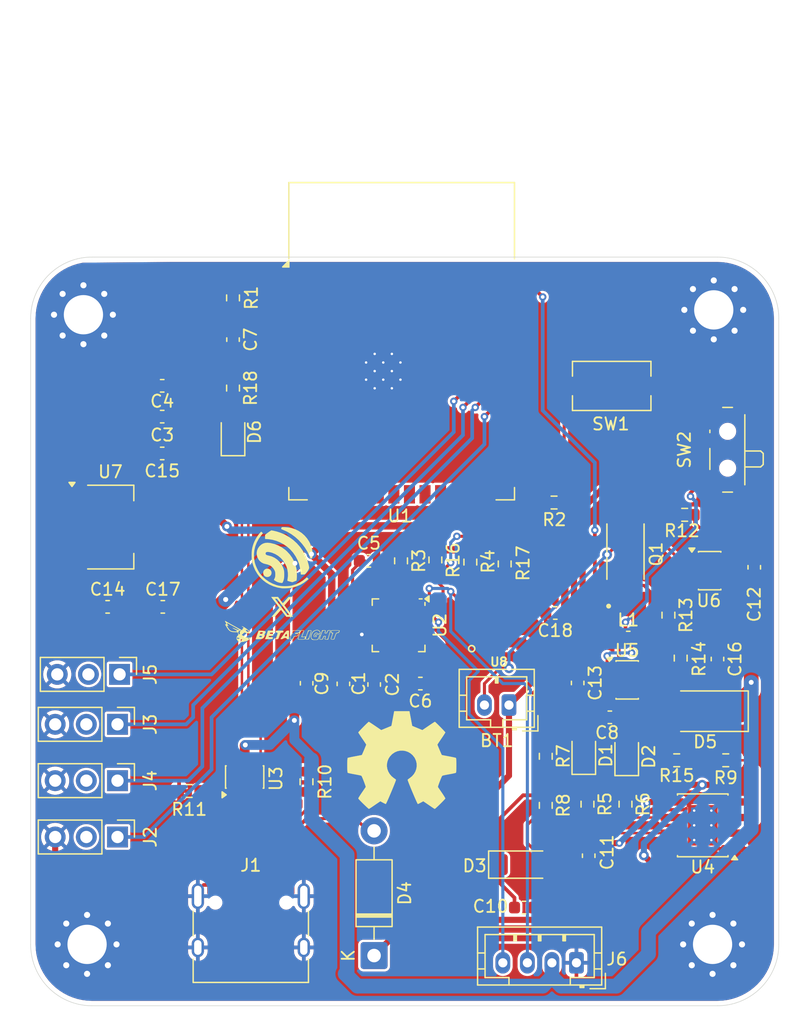
<source format=kicad_pcb>
(kicad_pcb (version 20241229) (generator "pcbnew") (generator_version "9.0")
  (layers (0 "F.Cu" jumper) (2 "B.Cu" signal) (13 "F.Paste" user) (15 "B.Paste" user) (5 "F.SilkS" user "F.Silkscreen") (7 "B.SilkS" user "B.Silkscreen") (1 "F.Mask" user) (3 "B.Mask" user) (25 "Edge.Cuts" user))
  (net 0 "")
  (net 1 "/B+")
  (net 2 "/B-")
  (net 3 "+3.3V")
  (net 4 "GND")
  (net 5 "Net-(U2-REGOUT)")
  (net 6 "Net-(U2-CPOUT)")
  (net 7 "/EN_PIN")
  (net 8 "VUSB")
  (net 9 "+5V")
  (net 10 "BAT_MEAS")
  (net 11 "Net-(D3-A)")
  (net 12 "Net-(U6-VCC)")
  (net 13 "BAT_V")
  (net 14 "Net-(D1-K)")
  (net 15 "Net-(D2-K)")
  (net 16 "Net-(D4-A)")
  (net 17 "Net-(D5-A)")
  (net 18 "Net-(D6-A)")
  (net 20 "/D+")
  (net 21 "/D-")
  (net 22 "/CC1")
  (net 23 "/CC2")
  (net 26 "M1")
  (net 27 "M3")
  (net 30 "M2")
  (net 32 "M4")
  (net 33 "BOOT")
  (net 34 "SCL")
  (net 35 "SDA")
  (net 36 "Net-(U4-~{CHRG})")
  (net 37 "Net-(U4-~{STDBY})")
  (net 38 "Net-(U4-PROG)")
  (net 39 "Net-(U6-CS)")
  (net 40 "Net-(U5-FB)")
  (net 41 "LED")
  (net 54 "/USB_D-")
  (net 64 "/USB_D+")
  (net 90 "Net-(U6-OD)")
  (net 91 "Net-(U6-OC)")
  (footprint "Resistor_SMD:R_0603_1608Metric" (layer "F.Cu") (at 132.49 107.75 -90)
    (property "Reference" "R10")
    (property "Value" "5.1k")
  )
  (footprint "bitmap.preety:x" (layer "F.Cu") (at 130.5 93.5)
    (property "Reference" "G***" (hide yes))
    (property "Value" "LOGO" (hide yes))
  )
  (footprint "Capacitor_SMD:C_0603_1608Metric" (layer "F.Cu") (at 138.01 99.825 90)
    (property "Reference" "C2")
    (property "Value" "0.1uf")
  )
  (footprint "Capacitor_SMD:C_0603_1608Metric" (layer "F.Cu") (at 120.725 75.49 180)
    (property "Reference" "C4")
    (property "Value" "0.1uf")
  )
  (footprint "Connector_PinHeader_2.54mm:PinHeader_1x03_P2.54mm_Vertical" (layer "F.Cu") (at 117.08 112.25 -90)
    (property "Reference" "J2")
    (property "Value" "1x3")
  )
  (footprint "bitmap.preety:betaflight" (layer "F.Cu") (at 130.5 95.5)
    (property "Reference" "G***" (hide yes))
    (property "Value" "LOGO" (hide yes))
  )
  (footprint "Symbol:OSHW-Symbol_8.9x8mm_SilkScreen" (layer "F.Cu") (at 140.25 106)
    (property "Reference" "REF**" (hide yes))
    (property "Value" "OSHW-Symbol_8.9x8mm_SilkScreen" (hide yes))
  )
  (footprint "Connector_PinHeader_2.54mm:PinHeader_1x03_P2.54mm_Vertical" (layer "F.Cu") (at 117.08 103.07 -90)
    (property "Reference" "J3")
    (property "Value" "1x3")
  )
  (footprint "Capacitor_SMD:C_0603_1608Metric" (layer "F.Cu") (at 169 90.275 90)
    (property "Reference" "C12")
    (property "Value" "0.1uf")
  )
  (footprint "Capacitor_SMD:C_0603_1608Metric" (layer "F.Cu") (at 157.225 102.5)
    (property "Reference" "C8")
    (property "Value" "0.1uf")
  )
  (footprint "Resistor_SMD:R_0603_1608Metric" (layer "F.Cu") (at 162.675 106)
    (property "Reference" "R15")
    (property "Value" "15k")
  )
  (footprint "Capacitor_SMD:C_0603_1608Metric" (layer "F.Cu") (at 137.575 89.75)
    (property "Reference" "C5")
    (property "Value" "0.1uf")
  )
  (footprint "Capacitor_SMD:C_0603_1608Metric" (layer "F.Cu") (at 166 97.75 -90)
    (property "Reference" "C16")
    (property "Value" "22uf")
  )
  (footprint "Resistor_SMD:R_0603_1608Metric" (layer "F.Cu") (at 163.325 86)
    (property "Reference" "R12")
    (property "Value" "100")
  )
  (footprint "MountingHole:MountingHole_3.2mm_M3_Pad_Via" (layer "F.Cu") (at 114.302944 69.697056)
    (property "Reference" "H1" (hide yes))
    (property "Value" "Hole_Pad")
  )
  (footprint "LED_SMD:LED_0805_2012Metric" (layer "F.Cu") (at 155.1 105.4625 90)
    (property "Reference" "D1")
    (property "Value" "LED")
  )
  (footprint "Capacitor_SMD:C_0603_1608Metric" (layer "F.Cu") (at 120.775 93.5)
    (property "Reference" "C17")
    (property "Value" "0.1uf")
  )
  (footprint "Capacitor_SMD:C_0603_1608Metric" (layer "F.Cu") (at 152.775 94 180)
    (property "Reference" "C18")
    (property "Value" "10uf")
  )
  (footprint "Connector_JST:JST_PH_B4B-PH-K_1x04_P2.00mm_Vertical" (layer "F.Cu") (at 154.5 122.5 180)
    (property "Reference" "J6")
    (property "Value" "1x4")
  )
  (footprint "Resistor_SMD:R_0603_1608Metric" (layer "F.Cu") (at 145.85 89.85 90)
    (property "Reference" "R4")
    (property "Value" "4.7K")
  )
  (footprint "Connector_USB:USB_C_Receptacle_HRO_TYPE-C-31-M-12" (layer "F.Cu") (at 127.95 120.2)
    (property "Reference" "J1")
    (property "Value" "USB_C_Receptacle_USB2.0_16P")
  )
  (footprint "Diode_SMD:D_MiniMELF" (layer "F.Cu") (at 150 114.5)
    (property "Reference" "D3")
    (property "Value" "LL43")
  )
  (footprint "Connector_JST:JST_PH_B2B-PH-K_1x02_P2.00mm_Vertical" (layer "F.Cu") (at 149 101.5 180)
    (property "Reference" "BT1")
    (property "Value" "Battery")
  )
  (footprint "Capacitor_SMD:C_0603_1608Metric" (layer "F.Cu") (at 155.5 113.775 90)
    (property "Reference" "C11")
    (property "Value" "0.1uf")
  )
  (footprint "Button_Switch_SMD:SW_SPDT_PCM12" (layer "F.Cu") (at 166.5 80.7 90)
    (property "Reference" "SW2")
    (property "Value" "SW_SPDT")
  )
  (footprint "Capacitor_SMD:C_0603_1608Metric" (layer "F.Cu") (at 135.5 99.775 -90)
    (property "Reference" "C1")
    (property "Value" "0.1uf")
  )
  (footprint "Capacitor_SMD:C_0603_1608Metric" (layer "F.Cu") (at 141.775 99.75 180)
    (property "Reference" "C6")
    (property "Value" "0.1uf")
  )
  (footprint "Resistor_SMD:R_0603_1608Metric" (layer "F.Cu") (at 158.5 109.575 -90)
    (property "Reference" "R6")
    (property "Value" "1k")
  )
  (footprint "Capacitor_SMD:C_0603_1608Metric" (layer "F.Cu") (at 150.225 118)
    (property "Reference" "C10")
    (property "Value" "0.1uf")
  )
  (footprint "MountingHole:MountingHole_3.2mm_M3_Pad_Via" (layer "F.Cu") (at 114.6 121)
    (property "Reference" "H3" (hide yes))
    (property "Value" "Hole_Pad")
  )
  (footprint "Package_TO_SOT_SMD:SOT-23-6" (layer "F.Cu") (at 158.6375 99.45)
    (property "Reference" "U5")
    (property "Value" "MT3608")
  )
  (footprint "Resistor_SMD:R_0603_1608Metric" (layer "F.Cu") (at 126.5 75.675 -90)
    (property "Reference" "R18")
    (property "Value" "220")
  )
  (footprint "Capacitor_SMD:C_0603_1608Metric" (layer "F.Cu") (at 158.725 96)
    (property "Reference" "L1")
    (property "Value" "4.7uH")
  )
  (footprint "MountingHole:MountingHole_3.2mm_M3_Pad_Via" (layer "F.Cu") (at 165.6 121)
    (property "Reference" "H4" (hide yes))
    (property "Value" "Hole_Pad")
  )
  (footprint "Resistor_SMD:R_0603_1608Metric" (layer "F.Cu") (at 126.5 68.325 90)
    (property "Reference" "R1")
    (property "Value" "10K")
  )
  (footprint "Resistor_SMD:R_0603_1608Metric" (layer "F.Cu") (at 152 105.675 -90)
    (property "Reference" "R7")
    (property "Value" "1k")
  )
  (footprint "Resistor_SMD:R_0603_1608Metric" (layer "F.Cu") (at 162 94.175 -90)
    (property "Reference" "R13")
    (property "Value" "1k")
  )
  (footprint "MountingHole:MountingHole_3.2mm_M3_Pad_Via" (layer "F.Cu") (at 165.697056 69.302944)
    (property "Reference" "H2" (hide yes))
    (property "Value" "Hole_Pad")
  )
  (footprint "Package_TO_SOT_SMD:SOT-23-6" (layer "F.Cu") (at 127.45 107.3625 90)
    (property "Reference" "U3")
    (property "Value" "ESD")
  )
  (footprint "Diode_THT:D_DO-41_SOD81_P10.16mm_Horizontal" (layer "F.Cu") (at 138 121.91 90)
    (property "Reference" "D4")
    (property "Value" "1N5819")
  )
  (footprint "Diode_SMD:D_SMA" (layer "F.Cu") (at 165 102 180)
    (property "Reference" "D5")
    (property "Value" "SS34")
  )
  (footprint "Resistor_SMD:R_0603_1608Metric" (layer "F.Cu") (at 166.675 106 180)
    (property "Reference" "R9")
    (property "Value" "2k")
  )
  (footprint "Connector_PinHeader_2.54mm:PinHeader_1x03_P2.54mm_Vertical" (layer "F.Cu") (at 117.08 107.66 -90)
    (property "Reference" "J4")
    (property "Value" "1x3")
  )
  (footprint "Capacitor_SMD:C_0603_1608Metric" (layer "F.Cu") (at 154.6 99.7 -90)
    (property "Reference" "C13")
    (property "Value" "22uf")
  )
  (footprint "Package_SO:SOIC-8-1EP_3.9x4.9mm_P1.27mm_EP2.41x3.3mm_ThermalVias" (layer "F.Cu") (at 164.8 111.3 180)
    (property "Reference" "U4")
    (property "Value" "TP4056-42-ESOP8")
  )
  (footprint "Resistor_SMD:R_0603_1608Metric" (layer "F.Cu") (at 155.4 109.575 -90)
    (property "Reference" "R5")
    (property "Value" "1k")
  )
  (footprint "Capacitor_SMD:C_0603_1608Metric" (layer "F.Cu") (at 120.725 81 180)
    (property "Reference" "C15")
    (property "Value" "10uf")
  )
  (footprint "Connector_PinHeader_2.54mm:PinHeader_1x03_P2.54mm_Vertical" (layer "F.Cu") (at 117.25 99 -90)
    (property "Reference" "J5")
    (property "Value" "1x3")
  )
  (footprint "Resistor_SMD:R_0603_1608Metric" (layer "F.Cu") (at 163 97.675 90)
    (property "Reference" "R14")
    (property "Value" "110k")
  )
  (footprint "Resistor_SMD:R_0603_1608Metric" (layer "F.Cu") (at 148.65 90 90)
    (property "Reference" "R17")
    (property "Value" "10k")
  )
  (footprint "LED_SMD:LED_0805_2012Metric" (layer "F.Cu") (at 158.6 105.5625 90)
    (property "Reference" "D2")
    (property "Value" "LED")
  )
  (footprint "Package_TO_SOT_SMD:SOT-23-6" (layer "F.Cu") (at 165.3625 90.55)
    (property "Reference" "U6")
    (property "Value" "DW01A")
  )
  (footprint "Resistor_SMD:R_0603_1608Metric" (layer "F.Cu") (at 143 89.675 90)
    (property "Reference" "R16")
    (property "Value" "10k")
  )
  (footprint "Button_Switch_SMD:SW_Tactile_SPST_NO_Straight_CK_PTS636Sx25SMTRLFS" (layer "F.Cu") (at 157.375 75.5)
    (property "Reference" "SW1")
    (property "Value" "SW_SPST")
  )
  (footprint "RF_Module:ESP32-S3-WROOM-1" (layer "F.Cu") (at 140.25 71.83)
    (property "Reference" "U1")
    (property "Value" "ESP32-S3")
  )
  (footprint "Resistor_SMD:R_0603_1608Metric" (layer "F.Cu") (at 152.675 85)
    (property "Reference" "R2")
    (property "Value" "10K")
  )
  (footprint "bitmap.preety:ESPRESSIF" (layer "F.Cu") (at 130.5 89.5)
    (property "Reference" "G***" (hide yes))
    (property "Value" "LOGO" (hide yes))
  )
  (footprint "Package_TO_SOT_SMD:SOT-223-3_TabPin2" (layer "F.Cu") (at 116.5 87)
    (property "Reference" "U7")
    (property "Value" "AMS1117-3.3")
  )
  (footprint "FS8205A:SOP65P640X120-8N" (layer "F.Cu") (at 158.5 89 90)
    (property "Reference" "Q1")
    (property "Value" "FS8205A")
  )
  (footprint "Capacitor_SMD:C_0603_1608Metric" (layer "F.Cu") (at 116.275 93.5)
    (property "Reference" "C14")
    (property "Value" "10uf")
  )
  (footprint "Sensor_Motion:InvenSense_QFN-24_4x4mm_P0.5mm" (layer "F.Cu") (at 140 95 -90)
    (property "Reference" "U2")
    (property "Value" "MPU-6050")
  )
  (footprint "LED_SMD:LED_0805_2012Metric" (layer "F.Cu") (at 126.5 79.5 90)
    (property "Reference" "D6")
    (property "Value" "LED")
  )
  (footprint "PRESSURE-BMP180_LGA7_:LGA7-1.5-3.8X3.6MM" (layer "F.Cu") (at 148.5 95 180)
    (property "Reference" "U8")
    (property "Value" "BMP180")
    (property "VALUE" "BMP18" (hide yes))
  )
  (footprint "Resistor_SMD:R_0603_1608Metric" (layer "F.Cu") (at 140.2 89.75 90)
    (property "Reference" "R3")
    (property "Value" "4.7K")
  )
  (footprint "Resistor_SMD:R_0603_1608Metric" (layer "F.Cu") (at 152 109.675 -90)
    (property "Reference" "R8")
    (property "Value" "2k")
  )
  (footprint "Resistor_SMD:R_0603_1608Metric" (layer "F.Cu") (at 122.925 108.5)
    (property "Reference" "R11")
    (property "Value" "5.1k")
  )
  (footprint "Capacitor_SMD:C_0603_1608Metric" (layer "F.Cu") (at 132.5 99.725 90)
    (property "Reference" "C9")
    (property "Value" "100nf")
  )
  (footprint "Capacitor_SMD:C_0603_1608Metric" (layer "F.Cu") (at 120.725 78 180)
    (property "Reference" "C3")
    (property "Value" "0.1uf")
  )
  (footprint "Capacitor_SMD:C_0603_1608Metric" (layer "F.Cu") (at 126.5 71.725 -90)
    (property "Reference" "C7")
    (property "Value" "100nf")
  )
  (gr_line (start 115 65) (end 166 65) (stroke (width 0.05)) (layer "Edge.Cuts"))
  (gr_line (start 115 126) (end 166 126) (stroke (width 0.05)) (layer "Edge.Cuts"))
  (gr_arc (start 171 121) (mid 169.535534 124.535534) (end 166 126) (stroke (width 0.05)) (layer "Edge.Cuts"))
  (gr_arc (start 115 126) (mid 111.464466 124.535534) (end 110 121) (stroke (width 0.05)) (layer "Edge.Cuts"))
  (gr_line (start 110 70) (end 110 121) (stroke (width 0.05)) (layer "Edge.Cuts"))
  (gr_arc (start 166 65) (mid 169.535534 66.464466) (end 171 70) (stroke (width 0.05)) (layer "Edge.Cuts"))
  (gr_line (start 171 121) (end 171 70) (stroke (width 0.05)) (layer "Edge.Cuts"))
  (gr_arc (start 110 70) (mid 111.464466 66.464466) (end 115 65) (stroke (width 0.05)) (layer "Edge.Cuts"))
  (segment (start 161.350001 109.395) (end 162.325 109.395) (width 0.5) (layer "F.Cu") (net 1))
  (segment (start 156.426 113.926) (end 155.5 113) (width 0.5) (layer "F.Cu") (net 1))
  (segment (start 164.25 78.45) (end 165.07 78.45) (width 0.5) (layer "F.Cu") (net 1))
  (segment (start 149 101.5) (end 149 107.25) (width 0.5) (layer "F.Cu") (net 1))
  (segment (start 161 84) (end 162.5 85.5) (width 0.5) (layer "F.Cu") (net 1))
  (segment (start 162.5 80.2) (end 164.25 78.45) (width 0.5) (layer "F.Cu") (net 1))
  (segment (start 149 107.25) (end 144.25 112) (width 0.5) (layer "F.Cu") (net 1))
  (segment (start 155 95.5) (end 155 85.5) (width 0.5) (layer "F.Cu") (net 1))
  (segment (start 153 119) (end 156.426 115.574) (width 0.5) (layer "F.Cu") (net 1))
  (segment (start 144.25 112) (end 144.25 116) (width 0.5) (layer "F.Cu") (net 1))
  (segment (start 155 85.5) (end 156.5 84) (width 0.5) (layer "F.Cu") (net 1))
  (segment (start 144.25 116) (end 147.25 119) (width 0.5) (layer "F.Cu") (net 1))
  (segment (start 155.75 112.75) (end 155.5 113) (width 0.5) (layer "F.Cu") (net 1))
  (segment (start 156.5 84) (end 161 84) (width 0.5) (layer "F.Cu") (net 1))
  (segment (start 162.5 85.5) (end 162.5 86) (width 0.5) (layer "F.Cu") (net 1))
  (segment (start 162.5 86) (end 162.5 80.2) (width 0.5) (layer "F.Cu") (net 1))
  (segment (start 162.325 109.395) (end 160.355 109.395) (width 0.5) (layer "F.Cu") (net 1))
  (segment (start 147.25 119) (end 153 119) (width 0.5) (layer "F.Cu") (net 1))
  (segment (start 156.426 115.574) (end 156.426 113.926) (width 0.5) (layer "F.Cu") (net 1))
  (segment (start 158 112.75) (end 155.75 112.75) (width 0.5) (layer "F.Cu") (net 1))
  (segment (start 160.355 109.395) (end 160.25 109.5) (width 0.5) (layer "F.Cu") (net 1))
  (segment (start 149 101.5) (end 155 95.5) (width 0.5) (layer "F.Cu") (net 1))
  (via (at 160.25 109.5) (size 0.6) (drill 0.3) (layers "F.Cu" "B.Cu") (net 1))
  (via (at 158 112.75) (size 0.6) (drill 0.3) (layers "F.Cu" "B.Cu") (net 1))
  (segment (start 160.25 109.5) (end 160.25 110.5) (width 0.5) (layer "B.Cu") (net 1))
  (segment (start 160.25 110.5) (end 158 112.75) (width 0.5) (layer "B.Cu") (net 1))
  (segment (start 147 99.75) (end 147 101.5) (width 0.25) (layer "F.Cu") (net 2))
  (segment (start 158.175 86.12) (end 158.175 88.075) (width 0.25) (layer "F.Cu") (net 2))
  (segment (start 149 98.5) (end 148.25 98.5) (width 0.25) (layer "F.Cu") (net 2))
  (segment (start 158.175 88.075) (end 157 89.25) (width 0.25) (layer "F.Cu") (net 2))
  (segment (start 158.175 86.12) (end 158.825 86.12) (width 0.25) (layer "F.Cu") (net 2))
  (segment (start 148.25 98.5) (end 147 99.75) (width 0.25) (layer "F.Cu") (net 2))
  (via (at 149 98.5) (size 0.8) (drill 0.4) (layers "F.Cu" "B.Cu") (net 2))
  (via (at 157 89.25) (size 0.8) (drill 0.4) (layers "F.Cu" "B.Cu") (net 2))
  (segment (start 157 89.25) (end 149 97.25) (width 0.25) (layer "B.Cu") (net 2))
  (segment (start 149 97.25) (end 149 98.5) (width 0.25) (layer "B.Cu") (net 2))
  (segment (start 135.5 99) (end 134.55 98.05) (width 0.6) (layer "F.Cu") (net 3))
  (segment (start 139.3 89.2) (end 139.575 88.925) (width 0.25) (layer "F.Cu") (net 3))
  (segment (start 153.5 93.95) (end 153.55 94) (width 0.6) (layer "F.Cu") (net 3))
  (segment (start 119.65 93.15) (end 120 93.5) (width 0.6) (layer "F.Cu") (net 3))
  (segment (start 141.65 88.925) (end 141.65 88.05) (width 0.6) (layer "F.Cu") (net 3))
  (segment (start 137.45 91.05) (end 138.55 91.05) (width 0.25) (layer "F.Cu") (net 3))
  (segment (start 119.65 87) (end 120.925 85.725) (width 0.6) (layer "F.Cu") (net 3))
  (segment (start 135.2 86.9) (end 132.9 89.2) (width 0.6) (layer "F.Cu") (net 3))
  (segment (start 153.55 85.8) (end 153.55 85.05) (width 0.6) (layer "F.Cu") (net 3))
  (segment (start 148.5 96.5) (end 150 96.5) (width 0.6) (layer "F.Cu") (net 3))
  (segment (start 127.5 67.5) (end 128.5 68.5) (width 0.6) (layer "F.Cu") (net 3))
  (segment (start 121.5 78) (end 121.5 75.49) (width 0.6) (layer "F.Cu") (net 3))
  (segment (start 128.5 68.5) (end 129.75 68.5) (width 0.6) (layer "F.Cu") (net 3))
  (segment (start 141.65 88.05) (end 142.8 86.9) (width 0.6) (layer "F.Cu") (net 3))
  (segment (start 121.15 85.5) (end 121.25 85.5) (width 0.6) (layer "F.Cu") (net 3))
  (segment (start 143 88.85) (end 145.675 88.85) (width 0.6) (layer "F.Cu") (net 3))
  (segment (start 148.5 89.025) (end 148.65 89.175) (width 0.6) (layer "F.Cu") (net 3))
  (segment (start 152.25 96.5) (end 153.55 95.2) (width 0.6) (layer "F.Cu") (net 3))
  (segment (start 119.65 87) (end 119.65 93.15) (width 0.6) (layer "F.Cu") (net 3))
  (segment (start 121.5 71) (end 125 67.5) (width 0.6) (layer "F.Cu") (net 3))
  (segment (start 153.55 94) (end 153.55 85.8) (width 0.6) (layer "F.Cu") (net 3))
  (segment (start 126.5 67.5) (end 127.5 67.5) (width 0.6) (layer "F.Cu") (net 3))
  (segment (start 134.55 98.05) (end 134.55 90.85) (width 0.6) (layer "F.Cu") (net 3))
  (segment (start 139.575 88.925) (end 140.2 88.925) (width 0.25) (layer "F.Cu") (net 3))
  (segment (start 121.25 85.5) (end 121.5 85.25) (width 0.6) (layer "F.Cu") (net 3))
  (segment (start 143.7 86.9) (end 135.2 86.9) (width 0.6) (layer "F.Cu") (net 3))
  (segment (start 134.55 90.85) (end 132.9 89.2) (width 0.6) (layer "F.Cu") (net 3))
  (segment (start 120.925 85.725) (end 121.15 85.5) (width 0.6) (layer "F.Cu") (net 3))
  (segment (start 121.5 75.49) (end 121.5 71) (width 0.6) (layer "F.Cu") (net 3))
  (segment (start 129.75 68.5) (end 130.41 67.84) (width 0.6) (layer "F.Cu") (net 3))
  (segment (start 139.3 90.3) (end 139.3 89.2) (width 0.25) (layer "F.Cu") (net 3))
  (segment (start 150 96.5) (end 152.25 96.5) (width 0.6) (layer "F.Cu") (net 3))
  (segment (start 121.5 81) (end 121.5 78) (width 0.6) (layer "F.Cu") (net 3))
  (segment (start 136.75 93.806368) (end 136.75 91.75) (width 0.25) (layer "F.Cu") (net 3))
  (segment (start 143.7 86.9) (end 152.45 86.9) (width 0.6) (layer "F.Cu") (net 3))
  (segment (start 113.35 87) (end 119.65 87) (width 0.6) (layer "F.Cu") (net 3))
  (segment (start 153.55 95.2) (end 153.55 94) (width 0.6) (layer "F.Cu") (net 3))
  (segment (start 121.5 85.25) (end 121.5 81) (width 0.6) (layer "F.Cu") (net 3))
  (segment (start 141.65 88.925) (end 142.925 88.925) (width 0.6) (layer "F.Cu") (net 3))
  (segment (start 138.01 99.05) (end 138.01 97.539) (width 0.6) (layer "F.Cu") (net 3))
  (segment (start 137.193632 94.25) (end 136.75 93.806368) (width 0.25) (layer "F.Cu") (net 3))
  (segment (start 138.55 91.05) (end 139.3 90.3) (width 0.25) (layer "F.Cu") (net 3))
  (segment (start 124.775 85.725) (end 126 86.95) (width 0.6) (layer "F.Cu") (net 3))
  (segment (start 142.925 88.925) (end 143 88.85) (width 0.6) (layer "F.Cu") (net 3))
  (segment (start 145.675 88.85) (end 145.85 89.025) (width 0.6) (layer "F.Cu") (net 3))
  (segment (start 138.01 97.539) (end 138.599 96.95) (width 0.6) (layer "F.Cu") (net 3))
  (segment (start 135.5 99) (end 137.96 99) (width 0.6) (layer "F.Cu") (net 3))
  (segment (start 137.96 99) (end 138.01 99.05) (width 0.6) (layer "F.Cu") (net 3))
  (segment (start 125 67.5) (end 126.5 67.5) (width 0.6) (layer "F.Cu") (net 3))
  (segment (start 153.55 85.05) (end 153.5 85) (width 0.6) (layer "F.Cu") (net 3))
  (segment (start 120.925 85.725) (end 124.775 85.725) (width 0.6) (layer "F.Cu") (net 3))
  (segment (start 136.75 91.75) (end 137.45 91.05) (width 0.25) (layer "F.Cu") (net 3))
  (segment (start 142.8 86.9) (end 143.7 86.9) (width 0.6) (layer "F.Cu") (net 3))
  (segment (start 140.45 88.925) (end 141.65 88.925) (width 0.6) (layer "F.Cu") (net 3))
  (segment (start 130.41 67.84) (end 131.5 67.84) (width 0.6) (layer "F.Cu") (net 3))
  (segment (start 145.85 89.025) (end 148.5 89.025) (width 0.6) (layer "F.Cu") (net 3))
  (segment (start 152.45 86.9) (end 153.55 85.8) (width 0.6) (layer "F.Cu") (net 3))
  (segment (start 138.05 94.25) (end 137.193632 94.25) (width 0.25) (layer "F.Cu") (net 3))
  (via (at 126 86.95) (size 0.8) (drill 0.4) (layers "F.Cu" "B.Cu") (net 3))
  (via (at 132.9 89.2) (size 0.8) (drill 0.4) (layers "F.Cu" "B.Cu") (net 3))
  (segment (start 126.3 87.25) (end 130.95 87.25) (width 0.6) (layer "B.Cu") (net 3))
  (segment (start 130.95 87.25) (end 132.9 89.2) (width 0.6) (layer "B.Cu") (net 3))
  (segment (start 126 86.95) (end 126.3 87.25) (width 0.6) (layer "B.Cu") (net 3))
  (segment (start 168.75 114.68) (end 168.75 117.85) (width 0.5) (layer "F.Cu") (net 4))
  (segment (start 112.902944 119.302944) (end 112 118.4) (width 0.5) (layer "F.Cu") (net 4))
  (segment (start 114.302944 71.802944) (end 117.5 75) (width 0.5) (layer "F.Cu") (net 4))
  (segment (start 112 118.4) (end 112 112.25) (width 0.5) (layer "F.Cu") (net 4))
  (segment (start 165.697056 69.302944) (end 161.25 73.75) (width 0.5) (layer "F.Cu") (net 4))
  (segment (start 117.5 75) (end 119.46 75) (width 0.5) (layer "F.Cu") (net 4))
  (segment (start 167.275 113.205) (end 168.75 114.68) (width 0.5) (layer "F.Cu") (net 4))
  (segment (start 114.302944 69.697056) (end 114.302944 71.802944) (width 0.5) (layer "F.Cu") (net 4))
  (segment (start 161.25 73.75) (end 161.25 75.5) (width 0.5) (layer "F.Cu") (net 4))
  (segment (start 119.46 75) (end 119.95 75.49) (width 0.5) (layer "F.Cu") (net 4))
  (segment (start 168.75 117.85) (end 165.6 121) (width 0.5) (layer "F.Cu") (net 4))
  (segment (start 138.05 95.75) (end 137 95.75) (width 0.2) (layer "F.Cu") (net 4))
  (via (at 137 95.75) (size 0.6) (drill 0.3) (layers "F.Cu" "B.Cu") (net 4))
  (segment (start 114.302944 69.697056) (end 114.302944 71.802944) (width 0.5) (layer "B.Cu") (net 4))
  (segment (start 138.05 95.25) (end 137.555822 95.25) (width 0.25) (layer "F.Cu") (net 5))
  (segment (start 137 89.75) (end 137.25 89.75) (width 0.25) (layer "F.Cu") (net 5))
  (segment (start 136.25 93.944178) (end 136.25 90.5) (width 0.25) (layer "F.Cu") (net 5))
  (segment (start 137.555822 95.25) (end 136.25 93.944178) (width 0.25) (layer "F.Cu") (net 5))
  (segment (start 136.25 90.5) (end 137 89.75) (width 0.25) (layer "F.Cu") (net 5))
  (segment (start 143.5 96.5) (end 142.75 95.75) (width 0.25) (layer "F.Cu") (net 6))
  (segment (start 143.5 99) (end 143.5 96.5) (width 0.25) (layer "F.Cu") (net 6))
  (segment (start 142.75 95.75) (end 141.95 95.75) (width 0.25) (layer "F.Cu") (net 6))
  (segment (start 142.55 99.75) (end 142.75 99.75) (width 0.25) (layer "F.Cu") (net 6))
  (segment (start 142.75 99.75) (end 143.5 99) (width 0.25) (layer "F.Cu") (net 6))
  (segment (start 131.46 69.15) (end 131.5 69.11) (width 0.25) (layer "F.Cu") (net 7))
  (segment (start 126.5 69.15) (end 131.46 69.15) (width 0.25) (layer "F.Cu") (net 7))
  (segment (start 126.5 70.95) (end 126.5 69.15) (width 0.25) (layer "F.Cu") (net 7))
  (segment (start 155.9 104.5) (end 155.875 104.525) (width 0.5) (layer "F.Cu") (net 8))
  (segment (start 156.75 120.5) (end 139.41 120.5) (width 0.5) (layer "F.Cu") (net 8))
  (segment (start 161.375 115.125) (end 162.125 115.125) (width 0.5) (layer "F.Cu") (net 8))
  (segment (start 155.9 104.5) (end 155.1 104.5) (width 0.5) (layer "F.Cu") (net 8))
  (segment (start 160.5 106.5) (end 158.5 104.5) (width 0.5) (layer "F.Cu") (net 8))
  (segment (start 158.6 104.625) (end 158.425 104.625) (width 0.5) (layer "F.Cu") (net 8))
  (segment (start 158.425 104.625) (end 158.3 104.5) (width 0.5) (layer "F.Cu") (net 8))
  (segment (start 155.875 104.525) (end 155.1 104.525) (width 0.5) (layer "F.Cu") (net 8))
  (segment (start 160 113.75) (end 161.375 115.125) (width 0.5) (layer "F.Cu") (net 8))
  (segment (start 162.325 113.205) (end 162.325 114.925) (width 0.5) (layer "F.Cu") (net 8))
  (segment (start 161 108) (end 160.5 107.5) (width 0.5) (layer "F.Cu") (net 8))
  (segment (start 165.88 108) (end 164.75 108) (width 0.5) (layer "F.Cu") (net 8))
  (segment (start 164.75 108) (end 161 108) (width 0.5) (layer "F.Cu") (net 8))
  (segment (start 162.325 114.925) (end 162.125 115.125) (width 0.5) (layer "F.Cu") (net 8))
  (segment (start 160.5 107.5) (end 160.5 106.5) (width 0.5) (layer "F.Cu") (net 8))
  (segment (start 139.41 120.5) (end 138 121.91) (width 0.5) (layer "F.Cu") (net 8))
  (segment (start 155.1 103.85) (end 156.45 102.5) (width 0.5) (layer "F.Cu") (net 8))
  (segment (start 162.125 115.125) (end 156.75 120.5) (width 0.5) (layer "F.Cu") (net 8))
  (segment (start 158.3 104.5) (end 158.5 104.5) (width 0.5) (layer "F.Cu") (net 8))
  (segment (start 155.9 104.5) (end 158.3 104.5) (width 0.5) (layer "F.Cu") (net 8))
  (segment (start 155.1 104.5) (end 155.1 103.85) (width 0.5) (layer "F.Cu") (net 8))
  (segment (start 167.275 109.395) (end 165.88 108) (width 0.5) (layer "F.Cu") (net 8))
  (via (at 164.75 108) (size 0.8) (drill 0.4) (layers "F.Cu" "B.Cu") (net 8))
  (via (at 160 113.75) (size 0.8) (drill 0.4) (layers "F.Cu" "B.Cu") (net 8))
  (segment (start 160 112.75) (end 164.75 108) (width 0.5) (layer "B.Cu") (net 8))
  (segment (start 160 113.75) (end 160 112.75) (width 0.5) (layer "B.Cu") (net 8))
  (segment (start 167 102) (end 168.75 100.25) (width 1.2) (layer "F.Cu") (net 9))
  (segment (start 115.5 93.5) (end 115.5 94.7) (width 1.2) (layer "F.Cu") (net 9))
  (segment (start 130.55 100.55) (end 131.5 101.5) (width 1.2) (layer "F.Cu") (net 9))
  (segment (start 127.45 106.225) (end 127.45 104.8) (width 0.8) (layer "F.Cu") (net 9))
  (segment (start 127.45 104.8) (end 127.5 104.75) (width 0.8) (layer "F.Cu") (net 9))
  (segment (start 166 96.975) (end 165.925 97.05) (width 1.2) (layer "F.Cu") (net 9))
  (segment (start 131.5 101.5) (end 132.5 100.5) (width 0.8) (layer "F.Cu") (net 9))
  (segment (start 113.35 89.3) (end 113.35 91.35) (width 1.2) (layer "F.Cu") (net 9))
  (segment (start 131.5 102.75) (end 131.5 101.5) (width 0.8) (layer "F.Cu") (net 9))
  (segment (start 130.55 90.95) (end 130.55 100.55) (width 1.2) (layer "F.Cu") (net 9))
  (segment (start 131.55 89.95) (end 130.55 90.95) (width 1.2) (layer "F.Cu") (net 9))
  (segment (start 115.5 94.7) (end 116.95 96.15) (width 1.2) (layer "F.Cu") (net 9))
  (segment (start 116.95 96.15) (end 122.65 96.15) (width 1.2) (layer "F.Cu") (net 9))
  (segment (start 168.75 100.25) (end 168.75 99.65) (width 1.2) (layer "F.Cu") (net 9))
  (segment (start 168.225 96.975) (end 166 96.975) (width 1.2) (layer "F.Cu") (net 9))
  (segment (start 113.35 91.35) (end 115.5 93.5) (width 1.2) (layer "F.Cu") (net 9))
  (segment (start 168.75 97.5) (end 168.225 96.975) (width 1.2) (layer "F.Cu") (net 9))
  (segment (start 165.925 97.05) (end 163 97.05) (width 1.2) (layer "F.Cu") (net 9))
  (segment (start 168.75 99.65) (end 168.75 97.5) (width 1.2) (layer "F.Cu") (net 9))
  (segment (start 122.65 96.15) (end 125.9 92.9) (width 1.2) (layer "F.Cu") (net 9))
  (via (at 168.75 99.65) (size 0.8) (drill 0.4) (layers "F.Cu" "B.Cu") (net 9))
  (via (at 125.9 92.9) (size 0.8) (drill 0.4) (layers "F.Cu" "B.Cu") (net 9))
  (via (at 125.9 92.9) (size 0.8) (drill 0.4) (layers "F.Cu" "B.Cu") (net 9))
  (via (at 131.55 89.95) (size 0.8) (drill 0.4) (layers "F.Cu" "B.Cu") (net 9))
  (via (at 127.5 104.75) (size 0.8) (drill 0.4) (layers "F.Cu" "B.Cu") (net 9))
  (via (at 131.5 102.75) (size 0.8) (drill 0.4) (layers "F.Cu" "B.Cu") (net 9))
  (segment (start 136.649 124.399) (end 135.65 123.4) (width 1.2) (layer "B.Cu") (net 9))
  (segment (start 129.6 89.2) (end 125.9 92.9) (width 1.2) (layer "B.Cu") (net 9))
  (segment (start 135.65 123.4) (end 135.801 123.249) (width 1.2) (layer "B.Cu") (net 9))
  (segment (start 131.5 102.75) (end 131.5 104.35) (width 0.8) (layer "B.Cu") (net 9))
  (segment (start 132.9 105.75) (end 132.9 105.95) (width 0.8) (layer "B.Cu") (net 9))
  (segment (start 129.9 104.35) (end 130.55 103.7) (width 0.8) (layer "B.Cu") (net 9))
  (segment (start 157.75 124.4) (end 153.25 124.4) (width 1.2) (layer "B.Cu") (net 9))
  (segment (start 160.375 119.975) (end 160.375 121.775) (width 1.2) (layer "B.Cu") (net 9))
  (segment (start 127.5 104.75) (end 129.5 104.75) (width 0.8) (layer "B.Cu") (net 9))
  (segment (start 153.25 124.4) (end 152.5 123.65) (width 1.2) (layer "B.Cu") (net 9))
  (segment (start 168.75 111.6) (end 160.375 119.975) (width 1.2) (layer "B.Cu") (net 9))
  (segment (start 151.751 124.399) (end 136.649 124.399) (width 1.2) (layer "B.Cu") (net 9))
  (segment (start 130.55 103.7) (end 131.5 102.75) (width 0.8) (layer "B.Cu") (net 9))
  (segment (start 168.75 99.65) (end 168.75 111.6) (width 1.2) (layer "B.Cu") (net 9))
  (segment (start 132.9 110.8) (end 132.9 105.95) (width 1.2) (layer "B.Cu") (net 9))
  (segment (start 160.375 121.775) (end 157.75 124.4) (width 1.2) (layer "B.Cu") (net 9))
  (segment (start 135.801 113.701) (end 132.9 110.8) (width 1.2) (layer "B.Cu") (net 9))
  (segment (start 152.5 123.65) (end 151.751 124.399) (width 1.2) (layer "B.Cu") (net 9))
  (segment (start 129.5 104.75) (end 129.9 104.35) (width 0.8) (layer "B.Cu") (net 9))
  (segment (start 135.801 123.249) (end 135.801 113.701) (width 1.2) (layer "B.Cu") (net 9))
  (segment (start 131.5 104.35) (end 132.9 105.75) (width 0.8) (layer "B.Cu") (net 9))
  (segment (start 131.5 102.75) (end 129.9 104.35) (width 0.8) (layer "B.Cu") (net 9))
  (segment (start 130.8 89.2) (end 129.6 89.2) (width 1.2) (layer "B.Cu") (net 9))
  (segment (start 152.5 123.65) (end 152.5 122.5) (width 1.2) (layer "B.Cu") (net 9))
  (segment (start 131.55 89.95) (end 130.8 89.2) (width 1.2) (layer "B.Cu") (net 9))
  (segment (start 148.25 110.75) (end 148.25 114.5) (width 0.3) (layer "F.Cu") (net 10))
  (segment (start 149.45 117.2) (end 148.25 116) (width 0.3) (layer "F.Cu") (net 10))
  (segment (start 156 87.25) (end 156 95.5) (width 0.3) (layer "F.Cu") (net 10))
  (segment (start 152 106.5) (end 151 105.5) (width 0.3) (layer "F.Cu") (net 10))
  (segment (start 152 108.85) (end 150.15 108.85) (width 0.3) (layer "F.Cu") (net 10))
  (segment (start 149.09 67.75) (end 149 67.84) (width 0.3) (layer "F.Cu") (net 10))
  (segment (start 151.75 68.25) (end 151.25 67.75) (width 0.3) (layer "F.Cu") (net 10))
  (segment (start 151.25 67.75) (end 149.09 67.75) (width 0.3) (layer "F.Cu") (net 10))
  (segment (start 149.45 118) (end 149.45 117.2) (width 0.3) (layer "F.Cu") (net 10))
  (segment (start 150.15 108.85) (end 148.25 110.75) (width 0.3) (layer "F.Cu") (net 10))
  (segment (start 148.25 116) (end 148.25 114.5) (width 0.3) (layer "F.Cu") (net 10))
  (segment (start 152 106.5) (end 152 108.85) (width 0.3) (layer "F.Cu") (net 10))
  (segment (start 151 105.5) (end 151 100.75) (width 0.3) (layer "F.Cu") (net 10))
  (segment (start 151 100.75) (end 151 100.5) (width 0.3) (layer "F.Cu") (net 10))
  (segment (start 151 100.5) (end 156 95.5) (width 0.3) (layer "F.Cu") (net 10))
  (via (at 151.75 68.25) (size 0.6) (drill 0.3) (layers "F.Cu" "B.Cu") (net 10))
  (via (at 156 87.25) (size 0.6) (drill 0.3) (layers "F.Cu" "B.Cu") (net 10))
  (segment (start 156 81.75) (end 152.75 78.5) (width 0.3) (layer "B.Cu") (net 10))
  (segment (start 152.75 78.5) (end 151.75 77.5) (width 0.3) (layer "B.Cu") (net 10))
  (segment (start 156 87.25) (end 156 81.75) (width 0.3) (layer "B.Cu") (net 10))
  (segment (start 151.75 77.5) (end 151.75 68.25) (width 0.3) (layer "B.Cu") (net 10))
  (segment (start 151.75 114.5) (end 151.75 114) (width 0.25) (layer "F.Cu") (net 11))
  (segment (start 151.75 118) (end 151 118) (width 0.25) (layer "F.Cu") (net 11))
  (segment (start 152.5 117.25) (end 151.75 118) (width 0.25) (layer "F.Cu") (net 11))
  (segment (start 150.5 112.75) (end 150.5 111.25) (width 0.25) (layer "F.Cu") (net 11))
  (segment (start 152.5 116.5) (end 152.5 117.25) (width 0.25) (layer "F.Cu") (net 11))
  (segment (start 151.75 115.75) (end 152.5 116.5) (width 0.25) (layer "F.Cu") (net 11))
  (segment (start 151.75 114) (end 150.5 112.75) (width 0.25) (layer "F.Cu") (net 11))
  (segment (start 151.25 110.5) (end 152 110.5) (width 0.25) (layer "F.Cu") (net 11))
  (segment (start 151.75 114.5) (end 151.75 115.75) (width 0.25) (layer "F.Cu") (net 11))
  (segment (start 150.5 111.25) (end 151.25 110.5) (width 0.25) (layer "F.Cu") (net 11))
  (segment (start 165.75 88.25) (end 166.75 88.25) (width 0.25) (layer "F.Cu") (net 12))
  (segment (start 166.75 88.25) (end 168 89.5) (width 0.25) (layer "F.Cu") (net 12))
  (segment (start 168 89.5) (end 168 90.55) (width 0.25) (layer "F.Cu") (net 12))
  (segment (start 168 90.55) (end 168.5 90.55) (width 0.25) (layer "F.Cu") (net 12))
  (segment (start 164.15 86.65) (end 165.75 88.25) (width 0.25) (layer "F.Cu") (net 12))
  (segment (start 166.5 90.55) (end 168 90.55) (width 0.25) (layer "F.Cu") (net 12))
  (segment (start 164.15 86) (end 164.15 86.65) (width 0.25) (layer "F.Cu") (net 12))
  (segment (start 168.5 90.55) (end 169 91.05) (width 0.25) (layer "F.Cu") (net 12))
  (segment (start 153.825 98.925) (end 152 100.75) (width 0.3) (layer "F.Cu") (net 13))
  (segment (start 157.95 97.45) (end 158.75 98.25) (width 0.3) (layer "F.Cu") (net 13))
  (segment (start 158.5 95.45) (end 157.95 96) (width 0.3) (layer "F.Cu") (net 13))
  (segment (start 157.95 96) (end 157.95 97.45) (width 0.3) (layer "F.Cu") (net 13))
  (segment (start 163.8 84.22) (end 165.07 82.95) (width 0.3) (layer "F.Cu") (net 13))
  (segment (start 154.6 98.15) (end 154.6 98.925) (width 0.3) (layer "F.Cu") (net 13))
  (segment (start 158.75 99) (end 159.2 99.45) (width 0.3) (layer "F.Cu") (net 13))
  (segment (start 159.775 99.45) (end 159.775 100.4) (width 0.3) (layer "F.Cu") (net 13))
  (segment (start 159.2 99.45) (end 159.775 99.45) (width 0.3) (layer "F.Cu") (net 13))
  (segment (start 158.75 98.25) (end 158.75 99) (width 0.3) (layer "F.Cu") (net 13))
  (segment (start 158.5 94.75) (end 158.5 95.45) (width 0.3) (layer "F.Cu") (net 13))
  (segment (start 154.6 98.925) (end 153.825 98.925) (width 0.3) (layer "F.Cu") (net 13))
  (segment (start 156.75 96) (end 154.6 98.15) (width 0.3) (layer "F.Cu") (net 13))
  (segment (start 157.95 96) (end 156.75 96) (width 0.3) (layer "F.Cu") (net 13))
  (segment (start 152 100.75) (end 152 104.85) (width 0.3) (layer "F.Cu") (net 13))
  (segment (start 163.8 84.5) (end 163.8 84.22) (width 0.3) (layer "F.Cu") (net 13))
  (via (at 163.8 84.5) (size 0.6) (drill 0.3) (layers "F.Cu" "B.Cu") (net 13))
  (via (at 158.5 94.75) (size 0.6) (drill 0.3) (layers "F.Cu" "B.Cu") (net 13))
  (segment (start 164.25 87) (end 160.25 91) (width 0.3) (layer "B.Cu") (net 13))
  (segment (start 160.25 93) (end 158.5 94.75) (width 0.3) (layer "B.Cu") (net 13))
  (segment (start 163.8 84.5) (end 164.25 84.95) (width 0.3) (layer "B.Cu") (net 13))
  (segment (start 164.25 84.95) (end 164.25 87) (width 0.3) (layer "B.Cu") (net 13))
  (segment (start 160.25 91) (end 160.25 93) (width 0.3) (layer "B.Cu") (net 13))
  (segment (start 155.4 108.75) (end 155.1 108.45) (width 0.2) (layer "F.Cu") (net 14))
  (segment (start 155.1 108.45) (end 155.1 106.735) (width 0.2) (layer "F.Cu") (net 14))
  (segment (start 155.1 106.735) (end 155.46 106.375) (width 0.2) (layer "F.Cu") (net 14))
  (segment (start 158.5 108.75) (end 158.5 106.375) (width 0.2) (layer "F.Cu") (net 15))
  (segment (start 126.186719 117.7) (end 129.4 117.7) (width 0.3) (layer "F.Cu") (net 16))
  (segment (start 130.4 117.013281) (end 129.713281 117.7) (width 0.3) (layer "F.Cu") (net 16))
  (segment (start 137.5 111.75) (end 138 111.75) (width 0.25) (layer "F.Cu") (net 16))
  (segment (start 130.4 116.155) (end 130.4 117.013281) (width 0.3) (layer "F.Cu") (net 16))
  (segment (start 132.5 110.75) (end 136.5 110.75) (width 0.25) (layer "F.Cu") (net 16))
  (segment (start 125.5 117.013281) (end 126.186719 117.7) (width 0.3) (layer "F.Cu") (net 16))
  (segment (start 125.5 116.155) (end 125.5 117.013281) (width 0.3) (layer "F.Cu") (net 16))
  (segment (start 130.4 116.155) (end 130.4 112.85) (width 0.3) (layer "F.Cu") (net 16))
  (segment (start 136.5 110.75) (end 137.5 111.75) (width 0.25) (layer "F.Cu") (net 16))
  (segment (start 129.713281 117.7) (end 129.4 117.7) (width 0.3) (layer "F.Cu") (net 16))
  (segment (start 130.4 112.85) (end 132.5 110.75) (width 0.3) (layer "F.Cu") (net 16))
  (segment (start 157.5 98.5) (end 157 98) (width 0.25) (layer "F.Cu") (net 17))
  (segment (start 159 96.5) (end 159.5 96) (width 0.25) (layer "F.Cu") (net 17))
  (segment (start 159 97.25) (end 159 96.5) (width 0.25) (layer "F.Cu") (net 17))
  (segment (start 163 100.75) (end 161 98.75) (width 0.2) (layer "F.Cu") (net 17))
  (segment (start 161 97.25) (end 159.75 96) (width 0.2) (layer "F.Cu") (net 17))
  (segment (start 163 102) (end 163 100.75) (width 0.2) (layer "F.Cu") (net 17))
  (segment (start 161 98.75) (end 161 97.25) (width 0.2) (layer "F.Cu") (net 17))
  (segment (start 157 98) (end 157 97.5) (width 0.25) (layer "F.Cu") (net 17))
  (segment (start 159.75 96) (end 159.5 96) (width 0.2) (layer "F.Cu") (net 17))
  (via (at 157 97.5) (size 0.6) (drill 0.3) (layers "F.Cu" "B.Cu") (net 17))
  (via (at 159 97.25) (size 0.6) (drill 0.3) (layers "F.Cu" "B.Cu") (net 17))
  (segment (start 157.25 97.25) (end 159 97.25) (width 0.25) (layer "B.Cu") (net 17))
  (segment (start 157 97.5) (end 157.25 97.25) (width 0.25) (layer "B.Cu") (net 17))
  (segment (start 126.5 76.5) (end 126.5 78.5625) (width 0.25) (layer "F.Cu") (net 18))
  (segment (start 128.7 115.15) (end 128.4 114.85) (width 0.2) (layer "F.Cu") (net 20))
  (segment (start 128.4 109.493751) (end 127.675 110.218751) (width 0.2) (layer "F.Cu") (net 20))
  (segment (start 128.1 114.85) (end 127.7 115.25) (width 0.2) (layer "F.Cu") (net 20))
  (segment (start 127.7 115.25) (end 127.7 115.067499) (width 0.2) (layer "F.Cu") (net 20))
  (segment (start 127.675 110.218751) (end 127.675 114.908512) (width 0.2) (layer "F.Cu") (net 20))
  (segment (start 127.7 115.067499) (end 127.675 115.042499) (width 0.2) (layer "F.Cu") (net 20))
  (segment (start 128.4 108.5) (end 128.4 109.493751) (width 0.2) (layer "F.Cu") (net 20))
  (segment (start 127.675 115.042499) (end 127.675 114.928896) (width 0.2) (layer "F.Cu") (net 20))
  (segment (start 128.4 114.85) (end 128.1 114.85) (width 0.2) (layer "F.Cu") (net 20))
  (segment (start 128.7 116.155) (end 128.7 115.15) (width 0.2) (layer "F.Cu") (net 20))
  (segment (start 127.7 116.155) (end 127.7 115.25) (width 0.2) (layer "F.Cu") (net 20))
  (segment (start 126.5 109.493751) (end 127.225 110.218751) (width 0.2) (layer "F.Cu") (net 21))
  (segment (start 128.2 116.155) (end 128.2 117.1) (width 0.2) (layer "F.Cu") (net 21))
  (segment (start 127.2 117.05) (end 127.2 116.155) (width 0.2) (layer "F.Cu") (net 21))
  (segment (start 127.4 117.25) (end 127.2 117.05) (width 0.2) (layer "F.Cu") (net 21))
  (segment (start 128.05 117.25) (end 127.4 117.25) (width 0.2) (layer "F.Cu") (net 21))
  (segment (start 127.225 110.218751) (end 127.225 114.908512) (width 0.2) (layer "F.Cu") (net 21))
  (segment (start 127.2 116.155) (end 127.2 115.067499) (width 0.2) (layer "F.Cu") (net 21))
  (segment (start 128.2 117.1) (end 128.05 117.25) (width 0.2) (layer "F.Cu") (net 21))
  (segment (start 127.225 115.042499) (end 127.225 114.928896) (width 0.2) (layer "F.Cu") (net 21))
  (segment (start 126.5 108.5) (end 126.5 109.493751) (width 0.2) (layer "F.Cu") (net 21))
  (segment (start 127.2 115.067499) (end 127.225 115.042499) (width 0.2) (layer "F.Cu") (net 21))
  (segment (start 123.75 108.5) (end 123.75 109.25) (width 0.25) (layer "F.Cu") (net 22))
  (segment (start 123.75 109.25) (end 126.525 112.025) (width 0.25) (layer "F.Cu") (net 22))
  (segment (start 126.7 112.2) (end 126.525 112.025) (width 0.25) (layer "F.Cu") (net 22))
  (segment (start 126.7 116.155) (end 126.7 112.2) (width 0.25) (layer "F.Cu") (net 22))
  (segment (start 129.7 112.8) (end 132 110.5) (width 0.2) (layer "F.Cu") (net 23))
  (segment (start 132.49 109.99) (end 132.49 108.575) (width 0.25) (layer "F.Cu") (net 23))
  (segment (start 132 110.5) (end 132.5 110) (width 0.25) (layer "F.Cu") (net 23))
  (segment (start 129.7 116.155) (end 129.7 112.8) (width 0.2) (layer "F.Cu") (net 23))
  (segment (start 132.5 110) (end 132.49 109.99) (width 0.25) (layer "F.Cu") (net 23))
  (segment (start 147 78) (end 148.27 76.73) (width 0.3) (layer "F.Cu") (net 26))
  (segment (start 148.27 76.73) (end 149 76.73) (width 0.3) (layer "F.Cu") (net 26))
  (via (at 147 78) (size 0.6) (drill 0.3) (layers "F.Cu" "B.Cu") (net 26))
  (segment (start 119.25 112.25) (end 120.5 111) (width 0.3) (layer "B.Cu") (net 26))
  (segment (start 124.75 102.5) (end 147 80.25) (width 0.3) (layer "B.Cu") (net 26))
  (segment (start 117.08 112.25) (end 119.25 112.25) (width 0.3) (layer "B.Cu") (net 26))
  (segment (start 147 80.25) (end 147 78) (width 0.3) (layer "B.Cu") (net 26))
  (segment (start 120.5 111) (end 124.75 106.75) (width 0.3) (layer "B.Cu") (net 26))
  (segment (start 124.75 106.75) (end 124.75 102.5) (width 0.3) (layer "B.Cu") (net 26))
  (segment (start 148.31 74.19) (end 149 74.19) (width 0.3) (layer "F.Cu") (net 27))
  (segment (start 145.25 77.25) (end 148.31 74.19) (width 0.3) (layer "F.Cu") (net 27))
  (via (at 145.25 77.25) (size 0.6) (drill 0.3) (layers "F.Cu" "B.Cu") (net 27))
  (segment (start 123.25 101.5) (end 145.25 79.5) (width 0.3) (layer "B.Cu") (net 27))
  (segment (start 145.25 79.5) (end 145.25 77.25) (width 0.3) (layer "B.Cu") (net 27))
  (segment (start 117.08 103.07) (end 122.68 103.07) (width 0.3) (layer "B.Cu") (net 27))
  (segment (start 123.25 102.5) (end 123.25 101.5) (width 0.3) (layer "B.Cu") (net 27))
  (segment (start 122.68 103.07) (end 123.25 102.5) (width 0.3) (layer "B.Cu") (net 27))
  (segment (start 148.04 75.46) (end 146.25 77.25) (width 0.3) (layer "F.Cu") (net 30))
  (segment (start 149 75.46) (end 148.04 75.46) (width 0.3) (layer "F.Cu") (net 30))
  (via (at 146.25 77.25) (size 0.6) (drill 0.3) (layers "F.Cu" "B.Cu") (net 30))
  (segment (start 146.25 77.25) (end 146 77.5) (width 0.3) (layer "B.Cu") (net 30))
  (segment (start 122.84 107.66) (end 117.08 107.66) (width 0.3) (layer "B.Cu") (net 30))
  (segment (start 124 106.5) (end 122.84 107.66) (width 0.3) (layer "B.Cu") (net 30))
  (segment (start 124 101.75) (end 124 106.5) (width 0.3) (layer "B.Cu") (net 30))
  (segment (start 146 79.75) (end 124 101.75) (width 0.3) (layer "B.Cu") (net 30))
  (segment (start 146 77.5) (end 146 79.75) (width 0.3) (layer "B.Cu") (net 30))
  (segment (start 148.33 72.92) (end 144.5 76.75) (width 0.3) (layer "F.Cu") (net 32))
  (segment (start 149 72.92) (end 148.33 72.92) (width 0.3) (layer "F.Cu") (net 32))
  (via (at 144.5 76.75) (size 0.6) (drill 0.3) (layers "F.Cu" "B.Cu") (net 32))
  (segment (start 144.5 79.25) (end 124.75 99) (width 0.3) (layer "B.Cu") (net 32))
  (segment (start 124.75 99) (end 117.25 99) (width 0.3) (layer "B.Cu") (net 32))
  (segment (start 144.5 76.75) (end 144.5 79.25) (width 0.3) (layer "B.Cu") (net 32))
  (segment (start 151.85 85) (end 151.85 83.93) (width 0.25) (layer "F.Cu") (net 33))
  (segment (start 153.5 75.5) (end 153.5 82) (width 0.25) (layer "F.Cu") (net 33))
  (segment (start 152.42 83.08) (end 151 83.08) (width 0.25) (layer "F.Cu") (net 33))
  (segment (start 151.85 83.93) (end 151 83.08) (width 0.25) (layer "F.Cu") (net 33))
  (segment (start 153.5 82) (end 152.42 83.08) (width 0.25) (layer "F.Cu") (net 33))
  (segment (start 151 83.08) (end 149 83.08) (width 0.25) (layer "F.Cu") (net 33))
  (segment (start 142.725 91.025) (end 142.6 91.15) (width 0.25) (layer "F.Cu") (net 34))
  (segment (start 149.4 87.75) (end 144.75 87.75) (width 0.25) (layer "F.Cu") (net 34))
  (segment (start 142.6 91.15) (end 140.775 91.15) (width 0.25) (layer "F.Cu") (net 34))
  (segment (start 143.624 91.924) (end 142.725 91.025) (width 0.25) (layer "F.Cu") (net 34))
  (segment (start 140.775 91.15) (end 140.2 90.575) (width 0.25) (layer "F.Cu") (net 34))
  (segment (start 143.25 94.75) (end 142.847089 94.347089) (width 0.25) (layer "F.Cu") (net 34))
  (segment (start 142.444178 94.25) (end 142.847089 93.847089) (width 0.25) (layer "F.Cu") (net 34))
  (segment (start 148.5 93.5) (end 149.75 92.25) (width 0.25) (layer "F.Cu") (net 34))
  (segment (start 143.624 93.070178) (end 143.624 91.924) (width 0.25) (layer "F.Cu") (net 34))
  (segment (start 143 90.75) (end 143 90.5) (width 0.25) (layer "F.Cu") (net 34))
  (segment (start 143 90.5) (end 143.65 90.5) (width 0.25) (layer "F.Cu") (net 34))
  (segment (start 141.95 94.25) (end 142.444178 94.25) (width 0.25) (layer "F.Cu") (net 34))
  (segment (start 142.847089 94.347089) (end 142.847089 93.847089) (width 0.25) (layer "F.Cu") (net 34))
  (segment (start 149.75 88.1) (end 149.4 87.75) (width 0.25) (layer "F.Cu") (net 34))
  (segment (start 149.75 92.25) (end 149.75 88.1) (width 0.25) (layer "F.Cu") (net 34))
  (segment (start 142.847089 93.847089) (end 143.624 93.070178) (width 0.25) (layer "F.Cu") (net 34))
  (segment (start 142.725 91.025) (end 143 90.75) (width 0.25) (layer "F.Cu") (net 34))
  (segment (start 143.65 90.5) (end 144.25 89.9) (width 0.25) (layer "F.Cu") (net 34))
  (via (at 143.25 94.75) (size 0.6) (drill 0.3) (layers "F.Cu" "B.Cu") (net 34))
  (via (at 144.25 89.9) (size 0.6) (drill 0.3) (layers "F.Cu" "B.Cu") (net 34))
  (via (at 144.75 87.75) (size 0.6) (drill 0.3) (layers "F.Cu" "B.Cu") (net 34))
  (segment (start 144.25 88.25) (end 144.75 87.75) (width 0.25) (layer "B.Cu") (net 34))
  (segment (start 148.5 122.5) (end 148.5 105) (width 0.25) (layer "B.Cu") (net 34))
  (segment (start 144.25 89.9) (end 144.25 88.25) (width 0.25) (layer "B.Cu") (net 34))
  (segment (start 145.75 99.5) (end 146.5 98.75) (width 0.25) (layer "B.Cu") (net 34))
  (segment (start 145.75 102.25) (end 145.75 99.5) (width 0.25) (layer "B.Cu") (net 34))
  (segment (start 148.5 105) (end 145.75 102.25) (width 0.25) (layer "B.Cu") (net 34))
  (segment (start 143.25 95.5) (end 143.25 94.75) (width 0.25) (layer "B.Cu") (net 34))
  (segment (start 146.5 98.75) (end 143.25 95.5) (width 0.25) (layer "B.Cu") (net 34))
  (segment (start 147.25 91.4) (end 146.35 91.4) (width 0.25) (layer "F.Cu") (net 35))
  (segment (start 147 93.5) (end 147 91.65) (width 0.25) (layer "F.Cu") (net 35))
  (segment (start 142.5 93.2) (end 142.5 92) (width 0.25) (layer "F.Cu") (net 35))
  (segment (start 141.95 93.75) (end 142.5 93.2) (width 0.25) (layer "F.Cu") (net 35))
  (segment (start 147 91.65) (end 147.25 91.4) (width 0.25) (layer "F.Cu") (net 35))
  (segment (start 145.85 90.9) (end 145.85 90.675) (width 0.25) (layer "F.Cu") (net 35))
  (segment (start 144.25 92.25) (end 145.5 93.5) (width 0.25) (layer "F.Cu") (net 35))
  (segment (start 148.3 91.4) (end 147.25 91.4) (width 0.25) (layer "F.Cu") (net 35))
  (segment (start 148.65 91.05) (end 148.3 91.4) (width 0.25) (layer "F.Cu") (net 35))
  (segment (start 148.65 90.825) (end 148.65 91.05) (width 0.25) (layer "F.Cu") (net 35))
  (segment (start 146.35 91.4) (end 145.85 90.9) (width 0.25) (layer "F.Cu") (net 35))
  (segment (start 145.5 93.5) (end 147 93.5) (width 0.25) (layer "F.Cu") (net 35))
  (via (at 142.5 92) (size 0.6) (drill 0.3) (layers "F.Cu" "B.Cu") (net 35))
  (via (at 144.25 92.25) (size 0.6) (drill 0.3) (layers "F.Cu" "B.Cu") (net 35))
  (segment (start 142.5 92) (end 144 92) (width 0.25) (layer "B.Cu") (net 35))
  (segment (start 144.25 92.25) (end 144.25 95.5) (width 0.25) (layer "B.Cu") (net 35))
  (segment (start 148.5 99.75) (end 150.25 99.75) (width 0.25) (layer "B.Cu") (net 35))
  (segment (start 144 92) (end 144.25 92.25) (width 0.25) (layer "B.Cu") (net 35))
  (segment (start 150.5 100.75) (end 150.5 122.5) (width 0.25) (layer "B.Cu") (net 35))
  (segment (start 150.75 100.25) (end 150.75 100.5) (width 0.25) (layer "B.Cu") (net 35))
  (segment (start 150.75 100.5) (end 150.5 100.75) (width 0.25) (layer "B.Cu") (net 35))
  (segment (start 144.25 95.5) (end 148.5 99.75) (width 0.25) (layer "B.Cu") (net 35))
  (segment (start 150.25 99.75) (end 150.75 100.25) (width 0.25) (layer "B.Cu") (net 35))
  (segment (start 156.935 111.935) (end 155.4 110.4) (width 0.2) (layer "F.Cu") (net 36))
  (segment (start 162.325 111.935) (end 156.935 111.935) (width 0.2) (layer "F.Cu") (net 36))
  (segment (start 158.765 110.665) (end 158.5 110.4) (width 0.2) (layer "F.Cu") (net 37))
  (segment (start 162.325 110.665) (end 158.765 110.665) (width 0.2) (layer "F.Cu") (net 37))
  (segment (start 169.25 110.934999) (end 169.25 106.75) (width 0.2) (layer "F.Cu") (net 38))
  (segment (start 169.25 106.75) (end 168.5 106) (width 0.2) (layer "F.Cu") (net 38))
  (segment (start 168.5 106) (end 167.5 106) (width 0.2) (layer "F.Cu") (net 38))
  (segment (start 168.249999 111.935) (end 169.25 110.934999) (width 0.2) (layer "F.Cu") (net 38))
  (segment (start 167.275 111.935) (end 168.249999 111.935) (width 0.2) (layer "F.Cu") (net 38))
  (segment (start 162 92.112501) (end 162 93.35) (width 0.25) (layer "F.Cu") (net 39))
  (segment (start 163.562501 90.55) (end 162 92.112501) (width 0.25) (layer "F.Cu") (net 39))
  (segment (start 164.225 90.55) (end 163.562501 90.55) (width 0.25) (layer "F.Cu") (net 39))
  (segment (start 161 103.5) (end 164.25 103.5) (width 0.2) (layer "F.Cu") (net 40))
  (segment (start 161.85 104.35) (end 161 103.5) (width 0.25) (layer "F.Cu") (net 40))
  (segment (start 164.75 101.5) (end 164.551 101.301) (width 0.2) (layer "F.Cu") (net 40))
  (segment (start 164.75 103) (end 164.75 101.5) (width 0.2) (layer "F.Cu") (net 40))
  (segment (start 164.551 101.11484) (end 163 99.56384) (width 0.2) (layer "F.Cu") (net 40))
  (segment (start 163 99.56384) (end 163 98.5) (width 0.2) (layer "F.Cu") (net 40))
  (segment (start 164.25 103.5) (end 164.75 103) (width 0.2) (layer "F.Cu") (net 40))
  (segment (start 157.5 100.4) (end 160.6 103.5) (width 0.2) (layer "F.Cu") (net 40))
  (segment (start 160.6 103.5) (end 161 103.5) (width 0.2) (layer "F.Cu") (net 40))
  (segment (start 161.85 106) (end 161.85 104.35) (width 0.25) (layer "F.Cu") (net 40))
  (segment (start 164.551 101.301) (end 164.551 101.11484) (width 0.2) (layer "F.Cu") (net 40))
  (segment (start 129.5 73.25) (end 129.5 72) (width 0.25) (layer "F.Cu") (net 41))
  (segment (start 126.5 74.85) (end 127.9 74.85) (width 0.25) (layer "F.Cu") (net 41))
  (segment (start 129.85 71.65) (end 131.5 71.65) (width 0.25) (layer "F.Cu") (net 41))
  (segment (start 127.9 74.85) (end 129.5 73.25) (width 0.25) (layer "F.Cu") (net 41))
  (segment (start 129.5 72) (end 129.85 71.65) (width 0.25) (layer "F.Cu") (net 41))
  (segment (start 127.225 85.206802) (end 130.211802 82.22) (width 0.2) (layer "F.Cu") (net 54))
  (segment (start 130.211802 82.22) (end 130.79 82.22) (width 0.2) (layer "F.Cu") (net 54))
  (segment (start 126.5 106.225) (end 126.25 105.975) (width 0.2) (layer "F.Cu") (net 54))
  (segment (start 130.79 82.22) (end 131.2 81.81) (width 0.2) (layer "F.Cu") (net 54))
  (segment (start 127.225 103.025) (end 127.225 85.206802) (width 0.2) (layer "F.Cu") (net 54))
  (segment (start 131.2 81.81) (end 131.5 81.81) (width 0.2) (layer "F.Cu") (net 54))
  (segment (start 126.25 104) (end 127.225 103.025) (width 0.2) (layer "F.Cu") (net 54))
  (segment (start 126.25 105.975) (end 126.25 104) (width 0.2) (layer "F.Cu") (net 54))
  (segment (start 130.79 82.67) (end 131.2 83.08) (width 0.2) (layer "F.Cu") (net 64))
  (segment (start 128.4 106.225) (end 128.75 105.875) (width 0.2) (layer "F.Cu") (net 64))
  (segment (start 127.75 85.318198) (end 130.398198 82.67) (width 0.2) (layer "F.Cu") (net 64))
  (segment (start 131.2 83.08) (end 131.5 83.08) (width 0.2) (layer "F.Cu") (net 64))
  (segment (start 128.75 105.875) (end 128.75 104) (width 0.2) (layer "F.Cu") (net 64))
  (segment (start 128.75 104) (end 127.75 103) (width 0.2) (layer "F.Cu") (net 64))
  (segment (start 127.75 103) (end 127.75 85.318198) (width 0.2) (layer "F.Cu") (net 64))
  (segment (start 130.398198 82.67) (end 130.79 82.67) (width 0.2) (layer "F.Cu") (net 64))
  (segment (start 160.62 86.12) (end 159.475 86.12) (width 0.25) (layer "F.Cu") (net 90))
  (segment (start 162.85 89.6) (end 160.75 87.5) (width 0.25) (layer "F.Cu") (net 90))
  (segment (start 164.225 89.6) (end 162.85 89.6) (width 0.25) (layer "F.Cu") (net 90))
  (segment (start 160.75 86.25) (end 160.62 86.12) (width 0.25) (layer "F.Cu") (net 90))
  (segment (start 160.75 87.5) (end 160.75 86.25) (width 0.25) (layer "F.Cu") (net 90))
  (segment (start 160 91.75) (end 159.605 91.75) (width 0.25) (layer "F.Cu") (net 91))
  (segment (start 161.374 96.124) (end 160.5 95.25) (width 0.25) (layer "F.Cu") (net 91))
  (segment (start 164.225 91.5) (end 163 92.725) (width 0.25) (layer "F.Cu") (net 91))
  (segment (start 159.605 91.75) (end 159.475 91.88) (width 0.25) (layer "F.Cu") (net 91))
  (segment (start 163 96) (end 162.876 96.124) (width 0.25) (layer "F.Cu") (net 91))
  (segment (start 162.876 96.124) (end 161.374 96.124) (width 0.25) (layer "F.Cu") (net 91))
  (segment (start 160.5 92.25) (end 160 91.75) (width 0.25) (layer "F.Cu") (net 91))
  (segment (start 163 92.725) (end 163 96) (width 0.25) (layer "F.Cu") (net 91))
  (segment (start 160.5 95.25) (end 160.5 92.25) (width 0.25) (layer "F.Cu") (net 91))
  (zone (net 4) (net_name "GND") (layers "F.Cu" "B.Cu") (connect_pads (clearance 0.2)) (min_thickness 0.25) (fill yes (thermal_gap 0.3) (thermal_bridge_width 0.3))
    (polygon (pts (xy 109 65.5) (xy 171.5 65) (xy 171.5 127) (xy 107.5 127.5)))
  )
)
</source>
